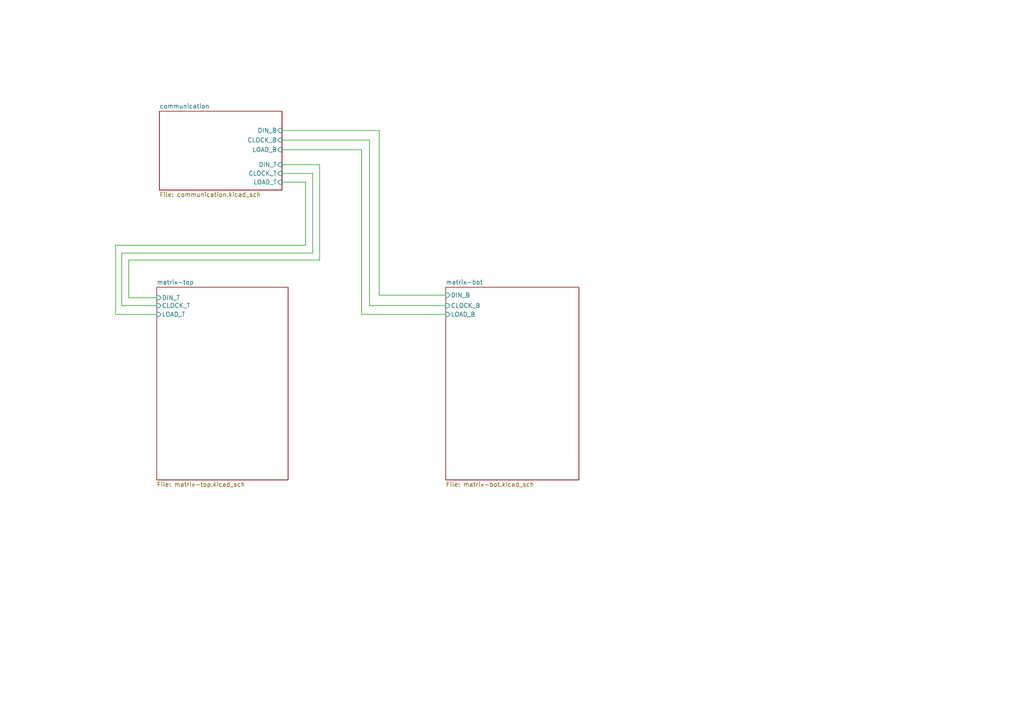
<source format=kicad_sch>
(kicad_sch (version 20211123) (generator eeschema)

  (uuid 07cfd0d8-a41f-42d6-843e-1afcd3e4ef3e)

  (paper "A4")

  (title_block
    (title "AD-0952")
    (date "2024-03-25")
    (rev "001")
    (company "Static Control Corporation")
  )

  (lib_symbols
  )


  (wire (pts (xy 104.902 91.186) (xy 104.902 43.434))
    (stroke (width 0) (type default) (color 0 0 0 0))
    (uuid 093886a3-3d37-4f4e-a496-a1ef197492f2)
  )
  (wire (pts (xy 104.902 43.434) (xy 81.788 43.434))
    (stroke (width 0) (type default) (color 0 0 0 0))
    (uuid 1017cee3-5abd-4f50-940f-206e514b61a2)
  )
  (wire (pts (xy 35.306 73.406) (xy 35.306 88.646))
    (stroke (width 0) (type default) (color 0 0 0 0))
    (uuid 20eeb15d-b8d9-4d04-82e6-172ef2aa0723)
  )
  (wire (pts (xy 37.338 86.36) (xy 45.466 86.36))
    (stroke (width 0) (type default) (color 0 0 0 0))
    (uuid 25c01bbd-37bb-4b49-88aa-239ff02ecee3)
  )
  (wire (pts (xy 107.188 40.64) (xy 107.188 88.646))
    (stroke (width 0) (type default) (color 0 0 0 0))
    (uuid 4121742b-0970-402c-bd15-acb1d105cc16)
  )
  (wire (pts (xy 92.71 75.438) (xy 37.338 75.438))
    (stroke (width 0) (type default) (color 0 0 0 0))
    (uuid 5b9c56f1-6beb-4c6b-a9ed-5348c2c6eba6)
  )
  (wire (pts (xy 37.338 75.438) (xy 37.338 86.36))
    (stroke (width 0) (type default) (color 0 0 0 0))
    (uuid 5cd366b3-b6c9-4047-899b-3b233f1fe1f7)
  )
  (wire (pts (xy 81.788 47.752) (xy 92.71 47.752))
    (stroke (width 0) (type default) (color 0 0 0 0))
    (uuid 6b1387b1-30ff-446a-8d2b-9657593741a4)
  )
  (wire (pts (xy 81.788 50.292) (xy 90.678 50.292))
    (stroke (width 0) (type default) (color 0 0 0 0))
    (uuid 7059b641-3945-4250-ae69-ea209df24d54)
  )
  (wire (pts (xy 88.646 71.12) (xy 88.646 52.832))
    (stroke (width 0) (type default) (color 0 0 0 0))
    (uuid 83e51e31-5347-4539-873e-0d47a79fe4c0)
  )
  (wire (pts (xy 33.528 71.12) (xy 88.646 71.12))
    (stroke (width 0) (type default) (color 0 0 0 0))
    (uuid 8cf95d1b-0f09-4de3-a530-58971d815441)
  )
  (wire (pts (xy 107.188 88.646) (xy 129.286 88.646))
    (stroke (width 0) (type default) (color 0 0 0 0))
    (uuid 951d454f-d848-4b5b-9b44-5e887bbc4415)
  )
  (wire (pts (xy 81.788 37.846) (xy 109.982 37.846))
    (stroke (width 0) (type default) (color 0 0 0 0))
    (uuid 9f13b4ad-e6f3-4aa3-a6a9-3c924d8b0da1)
  )
  (wire (pts (xy 129.032 85.598) (xy 109.982 85.598))
    (stroke (width 0) (type default) (color 0 0 0 0))
    (uuid a233d489-10a0-4b57-b126-75fd278dfec6)
  )
  (wire (pts (xy 90.678 50.292) (xy 90.678 73.406))
    (stroke (width 0) (type default) (color 0 0 0 0))
    (uuid a4ca9a90-9130-4d82-9590-72bdd05ce912)
  )
  (wire (pts (xy 90.678 73.406) (xy 35.306 73.406))
    (stroke (width 0) (type default) (color 0 0 0 0))
    (uuid caed06b6-8912-42ef-b7b6-b05f213ae75a)
  )
  (wire (pts (xy 129.286 91.186) (xy 104.902 91.186))
    (stroke (width 0) (type default) (color 0 0 0 0))
    (uuid d61fc935-cb4b-485f-9820-253465145bd3)
  )
  (wire (pts (xy 88.646 52.832) (xy 81.788 52.832))
    (stroke (width 0) (type default) (color 0 0 0 0))
    (uuid d9cc9c7d-360b-4757-b001-570243edf487)
  )
  (wire (pts (xy 35.306 88.646) (xy 45.466 88.646))
    (stroke (width 0) (type default) (color 0 0 0 0))
    (uuid dde5b212-5add-4b00-84a3-2c9eb717de24)
  )
  (wire (pts (xy 92.71 47.752) (xy 92.71 75.438))
    (stroke (width 0) (type default) (color 0 0 0 0))
    (uuid e262a8d0-c017-4f7b-bbd6-8589cf2bfeab)
  )
  (wire (pts (xy 81.788 40.64) (xy 107.188 40.64))
    (stroke (width 0) (type default) (color 0 0 0 0))
    (uuid ea3277b6-78b9-41c5-9f59-e5cdfc05322f)
  )
  (wire (pts (xy 33.528 91.186) (xy 33.528 71.12))
    (stroke (width 0) (type default) (color 0 0 0 0))
    (uuid f58c2e7c-9936-4886-a977-72a95937a0d0)
  )
  (wire (pts (xy 109.982 85.598) (xy 109.982 37.846))
    (stroke (width 0) (type default) (color 0 0 0 0))
    (uuid fb937289-3567-4bbc-9ddf-ba35bb0fc35a)
  )
  (wire (pts (xy 45.466 91.186) (xy 33.528 91.186))
    (stroke (width 0) (type default) (color 0 0 0 0))
    (uuid fd6cf7a0-ca51-47f3-8087-1b6f20b64fbd)
  )

  (sheet (at 46.228 32.258) (size 35.56 22.86) (fields_autoplaced)
    (stroke (width 0) (type solid) (color 0 0 0 0))
    (fill (color 0 0 0 0.0000))
    (uuid 00000000-0000-0000-0000-00006601b7ab)
    (property "Sheet name" "communication" (id 0) (at 46.228 31.5464 0)
      (effects (font (size 1.27 1.27)) (justify left bottom))
    )
    (property "Sheet file" "communication.kicad_sch" (id 1) (at 46.228 55.7026 0)
      (effects (font (size 1.27 1.27)) (justify left top))
    )
    (pin "LOAD_T" input (at 81.788 52.832 0)
      (effects (font (size 1.27 1.27)) (justify right))
      (uuid 6ab63bec-f0ef-4e52-b59a-0e5eb5752fdf)
    )
    (pin "­LOAD_B" input (at 81.788 43.434 0)
      (effects (font (size 1.27 1.27)) (justify right))
      (uuid af95d309-64fc-40bf-b6ae-38cb1b4a8e06)
    )
    (pin "CLOCK_T" input (at 81.788 50.292 0)
      (effects (font (size 1.27 1.27)) (justify right))
      (uuid 83c0f30e-02a9-4d20-92c7-7000d9cdd64b)
    )
    (pin "CLOCK_B" input (at 81.788 40.64 0)
      (effects (font (size 1.27 1.27)) (justify right))
      (uuid c3a9fec1-f2f1-45ce-817a-9ee55464542a)
    )
    (pin "DIN_T" input (at 81.788 47.752 0)
      (effects (font (size 1.27 1.27)) (justify right))
      (uuid 9c1fd381-d8ae-4641-afb8-e6a75a644148)
    )
    (pin "DIN_B" input (at 81.788 37.846 0)
      (effects (font (size 1.27 1.27)) (justify right))
      (uuid 888df0ed-360e-46ec-b619-5fb7442f86a4)
    )
  )

  (sheet (at 45.466 83.312) (size 38.1 55.88) (fields_autoplaced)
    (stroke (width 0) (type solid) (color 0 0 0 0))
    (fill (color 0 0 0 0.0000))
    (uuid 00000000-0000-0000-0000-00006604d82f)
    (property "Sheet name" "matrix-top" (id 0) (at 45.466 82.6004 0)
      (effects (font (size 1.27 1.27)) (justify left bottom))
    )
    (property "Sheet file" "matrix-top.kicad_sch" (id 1) (at 45.466 139.7766 0)
      (effects (font (size 1.27 1.27)) (justify left top))
    )
    (pin "LOAD_T" input (at 45.466 91.186 180)
      (effects (font (size 1.27 1.27)) (justify left))
      (uuid 741a36e7-8f4b-41a2-809e-bb7554f8b698)
    )
    (pin "CLOCK_T" input (at 45.466 88.646 180)
      (effects (font (size 1.27 1.27)) (justify left))
      (uuid 7017006c-5ab0-4130-b439-89fa0928d4e2)
    )
    (pin "DIN_T" input (at 45.466 86.36 180)
      (effects (font (size 1.27 1.27)) (justify left))
      (uuid 939591a3-d975-4aa4-bd91-985d0fdd820f)
    )
  )

  (sheet (at 129.286 83.312) (size 38.608 55.88) (fields_autoplaced)
    (stroke (width 0) (type solid) (color 0 0 0 0))
    (fill (color 0 0 0 0.0000))
    (uuid 00000000-0000-0000-0000-00006606334f)
    (property "Sheet name" "matrix-bot" (id 0) (at 129.286 82.6004 0)
      (effects (font (size 1.27 1.27)) (justify left bottom))
    )
    (property "Sheet file" "matrix-bot.kicad_sch" (id 1) (at 129.286 139.7766 0)
      (effects (font (size 1.27 1.27)) (justify left top))
    )
    (pin "LOAD_B" input (at 129.286 91.186 180)
      (effects (font (size 1.27 1.27)) (justify left))
      (uuid 7777a17c-627c-4ce9-99b5-894095683b27)
    )
    (pin "CLOCK_B" input (at 129.286 88.646 180)
      (effects (font (size 1.27 1.27)) (justify left))
      (uuid 7a573af1-c95d-467b-aaa2-34fee8d59c67)
    )
    (pin "DIN_B" input (at 129.286 85.598 180)
      (effects (font (size 1.27 1.27)) (justify left))
      (uuid 92d2faf9-e8ab-451a-8586-a345e61e2d2d)
    )
  )

  (sheet_instances
    (path "/" (page "1"))
    (path "/00000000-0000-0000-0000-00006604d82f" (page "2"))
    (path "/00000000-0000-0000-0000-00006601b7ab" (page "3"))
    (path "/00000000-0000-0000-0000-00006606334f" (page "4"))
  )

  (symbol_instances
    (path "/00000000-0000-0000-0000-00006604d82f/00000000-0000-0000-0000-000066032616"
      (reference "#PWR?") (unit 1) (value "+5V") (footprint "")
    )
    (path "/00000000-0000-0000-0000-00006604d82f/00000000-0000-0000-0000-000066032ec7"
      (reference "#PWR?") (unit 1) (value "+5V") (footprint "")
    )
    (path "/00000000-0000-0000-0000-00006604d82f/00000000-0000-0000-0000-000066036b3c"
      (reference "#PWR?") (unit 1) (value "GND") (footprint "")
    )
    (path "/00000000-0000-0000-0000-00006601b7ab/00000000-0000-0000-0000-0000660427f6"
      (reference "#PWR?") (unit 1) (value "+5V") (footprint "")
    )
    (path "/00000000-0000-0000-0000-00006601b7ab/00000000-0000-0000-0000-000066042e11"
      (reference "#PWR?") (unit 1) (value "GND") (footprint "")
    )
    (path "/00000000-0000-0000-0000-00006601b7ab/00000000-0000-0000-0000-00006604787c"
      (reference "#PWR?") (unit 1) (value "+5V") (footprint "")
    )
    (path "/00000000-0000-0000-0000-00006601b7ab/00000000-0000-0000-0000-000066047e22"
      (reference "#PWR?") (unit 1) (value "GND") (footprint "")
    )
    (path "/00000000-0000-0000-0000-00006601b7ab/00000000-0000-0000-0000-000066048623"
      (reference "#PWR?") (unit 1) (value "GND") (footprint "")
    )
    (path "/00000000-0000-0000-0000-00006601b7ab/00000000-0000-0000-0000-00006604a538"
      (reference "#PWR?") (unit 1) (value "+5V") (footprint "")
    )
    (path "/00000000-0000-0000-0000-00006601b7ab/00000000-0000-0000-0000-00006604aa6d"
      (reference "#PWR?") (unit 1) (value "GND") (footprint "")
    )
    (path "/00000000-0000-0000-0000-00006601b7ab/00000000-0000-0000-0000-00006604b331"
      (reference "#PWR?") (unit 1) (value "GND") (footprint "")
    )
    (path "/00000000-0000-0000-0000-00006601b7ab/00000000-0000-0000-0000-0000660593b6"
      (reference "#PWR?") (unit 1) (value "GND") (footprint "")
    )
    (path "/00000000-0000-0000-0000-00006601b7ab/00000000-0000-0000-0000-00006605aaba"
      (reference "#PWR?") (unit 1) (value "+5V") (footprint "")
    )
    (path "/00000000-0000-0000-0000-00006601b7ab/00000000-0000-0000-0000-000066080aa5"
      (reference "#PWR?") (unit 1) (value "GND") (footprint "")
    )
    (path "/00000000-0000-0000-0000-00006601b7ab/00000000-0000-0000-0000-000066081060"
      (reference "#PWR?") (unit 1) (value "GND") (footprint "")
    )
    (path "/00000000-0000-0000-0000-00006601b7ab/00000000-0000-0000-0000-00006608d62b"
      (reference "#PWR?") (unit 1) (value "+5V") (footprint "")
    )
    (path "/00000000-0000-0000-0000-00006604d82f/00000000-0000-0000-0000-0000660f0e96"
      (reference "#PWR?") (unit 1) (value "GND") (footprint "")
    )
    (path "/00000000-0000-0000-0000-00006604d82f/00000000-0000-0000-0000-00006610037f"
      (reference "#PWR?") (unit 1) (value "+5V") (footprint "")
    )
    (path "/00000000-0000-0000-0000-00006604d82f/00000000-0000-0000-0000-000066100385"
      (reference "#PWR?") (unit 1) (value "+5V") (footprint "")
    )
    (path "/00000000-0000-0000-0000-00006604d82f/00000000-0000-0000-0000-0000660317c9"
      (reference "8x8LEDS") (unit 1) (value "LED") (footprint "")
    )
    (path "/00000000-0000-0000-0000-00006601b7ab/00000000-0000-0000-0000-000066080004"
      (reference "C16") (unit 1) (value "33p") (footprint "")
    )
    (path "/00000000-0000-0000-0000-00006601b7ab/00000000-0000-0000-0000-000066080701"
      (reference "C17") (unit 1) (value "33p") (footprint "")
    )
    (path "/00000000-0000-0000-0000-00006601b7ab/00000000-0000-0000-0000-000066085d37"
      (reference "C19") (unit 1) (value "10u") (footprint "")
    )
    (path "/00000000-0000-0000-0000-00006601b7ab/00000000-0000-0000-0000-000066041591"
      (reference "J1") (unit 1) (value "10-84-4020") (footprint "")
    )
    (path "/00000000-0000-0000-0000-00006601b7ab/00000000-0000-0000-0000-00006601e434"
      (reference "J2") (unit 1) (value "RJ12") (footprint "")
    )
    (path "/00000000-0000-0000-0000-00006601b7ab/00000000-0000-0000-0000-00006601cdeb"
      (reference "J3") (unit 1) (value "RJ12") (footprint "")
    )
    (path "/00000000-0000-0000-0000-00006604d82f/00000000-0000-0000-0000-000066031de0"
      (reference "R1") (unit 1) (value "10k") (footprint "")
    )
    (path "/00000000-0000-0000-0000-00006604d82f/00000000-0000-0000-0000-000066100379"
      (reference "R2") (unit 1) (value "10k") (footprint "")
    )
    (path "/00000000-0000-0000-0000-00006601b7ab/00000000-0000-0000-0000-00006603cd35"
      (reference "R12") (unit 1) (value "120") (footprint "")
    )
    (path "/00000000-0000-0000-0000-00006601b7ab/00000000-0000-0000-0000-00006603c699"
      (reference "R18") (unit 1) (value "120") (footprint "")
    )
    (path "/00000000-0000-0000-0000-00006604d82f/00000000-0000-0000-0000-00006604da0b"
      (reference "U3") (unit 1) (value "MAX7219") (footprint "")
    )
    (path "/00000000-0000-0000-0000-00006604d82f/00000000-0000-0000-0000-000066098d9e"
      (reference "U4") (unit 1) (value "MAX7219") (footprint "")
    )
    (path "/00000000-0000-0000-0000-00006601b7ab/00000000-0000-0000-0000-0000660206a0"
      (reference "U11") (unit 1) (value "MAX489E") (footprint "")
    )
    (path "/00000000-0000-0000-0000-00006601b7ab/00000000-0000-0000-0000-00006601fbb9"
      (reference "U17") (unit 1) (value "MAX489E") (footprint "")
    )
    (path "/00000000-0000-0000-0000-00006601b7ab/00000000-0000-0000-0000-000066056310"
      (reference "U19") (unit 1) (value "AT89C2051-24PU") (footprint "Package_DIP:DIP-20_W7.62mm")
    )
    (path "/00000000-0000-0000-0000-00006601b7ab/00000000-0000-0000-0000-000066075c9b"
      (reference "Y1") (unit 1) (value "11.0592") (footprint "")
    )
  )
)

</source>
